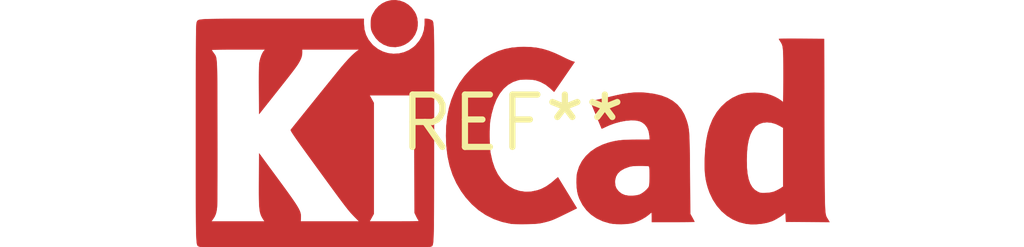
<source format=kicad_pcb>
(kicad_pcb (version 20240108) (generator pcbnew)
  (layers (0 "F.Cu" signal) (31 "B.Cu" signal) (34 "B.Paste" user) (35 "F.Paste" user) (36 "B.SilkS" user "B.Silkscreen") (37 "F.SilkS" user "F.Silkscreen") (38 "B.Mask" user) (39 "F.Mask" user) (44 "Edge.Cuts" user))
  (net 0 "")
  (footprint "KiCad-Logo_6mm_Copper" (layer "F.Cu") (at 0 0)
    (property "Reference" "REF**")
    (property "Value" "KiCad-Logo_6mm_Copper")
    (fp_poly (pts (xy -2.726079 -2.96351) (xy -2.622973 -2.927762) (xy -2.526978 -2.871493) (xy -2.441247 -2.794712) (xy -2.36893 -2.697427) (xy -2.336445 -2.636108) (xy -2.308332 -2.55034) (xy -2.294705 -2.451323) (xy -2.296214 -2.349529) (xy -2.312969 -2.257286) (xy -2.358763 -2.144568) (xy -2.425168 -2.046793) (xy -2.508809 -1.965885) (xy -2.606312 -1.903768) (xy -2.7143 -1.862366) (xy -2.829399 -1.843603) (xy -2.948234 -1.849402) (xy -3.006811 -1.861794) (xy -3.120972 -1.906203) (xy -3.222365 -1.973967) (xy -3.308545 -2.062999) (xy -3.377066 -2.171209) (xy -3.382864 -2.183027) (xy -3.402904 -2.227372) (xy -3.415487 -2.26472) (xy -3.422319 -2.30412) (xy -3.425105 -2.354619) (xy -3.425568 -2.409567) (xy -3.424803 -2.475585) (xy -3.421352 -2.523311) (xy -3.413477 -2.561897) (xy -3.399443 -2.600494) (xy -3.38212 -2.638574) (xy -3.317505 -2.746672) (xy -3.237934 -2.834197) (xy -3.14656 -2.901159) (xy -3.046536 -2.947564) (xy -2.941012 -2.973419) (xy -2.833142 -2.978732) (xy -2.726079 -2.96351)) (layer "F.Cu") (stroke (width 0.01)) (fill solid))
    (fp_poly (pts (xy 0.439962 -1.839501) (xy 0.588014 -1.823293) (xy 0.731452 -1.794282) (xy 0.87611 -1.750955) (xy 1.027824 -1.691799) (xy 1.192428 -1.6153) (xy 1.222071 -1.600483) (xy 1.290098 -1.566969) (xy 1.354256 -1.536792) (xy 1.408215 -1.512834) (xy 1.44564 -1.497976) (xy 1.451389 -1.496105) (xy 1.506486 -1.479598) (xy 1.259851 -1.120799) (xy 1.199552 -1.033107) (xy 1.144422 -0.952988) (xy 1.096336 -0.883164) (xy 1.057168 -0.826353) (xy 1.028794 -0.785277) (xy 1.013087 -0.762654) (xy 1.010536 -0.759072) (xy 1.000171 -0.766562) (xy 0.97466 -0.789082) (xy 0.938563 -0.822539) (xy 0.918642 -0.84145) (xy 0.805773 -0.931222) (xy 0.679014 -0.999439) (xy 0.569783 -1.036805) (xy 0.504214 -1.04854) (xy 0.422116 -1.055692) (xy 0.333144 -1.058126) (xy 0.246956 -1.055712) (xy 0.173205 -1.048317) (xy 0.143776 -1.042653) (xy 0.011133 -0.997018) (xy -0.108394 -0.927337) (xy -0.214717 -0.83374) (xy -0.307747 -0.716351) (xy -0.387395 -0.5753) (xy -0.453574 -0.410714) (xy -0.506194 -0.22272) (xy -0.537467 -0.061783) (xy -0.545626 0.009263) (xy -0.551185 0.101046) (xy -0.554198 0.206968) (xy -0.554719 0.320434) (xy -0.5528 0.434849) (xy -0.548497 0.543617) (xy -0.541863 0.640143) (xy -0.532951 0.717831) (xy -0.531021 0.729817) (xy -0.488501 0.922892) (xy -0.430567 1.093773) (xy -0.356867 1.243224) (xy -0.267049 1.372011) (xy -0.203293 1.441639) (xy -0.088714 1.536173) (xy 0.036942 1.606246) (xy 0.171557 1.651477) (xy 0.313011 1.671484) (xy 0.459183 1.665885) (xy 0.607955 1.6343) (xy 0.695911 1.603394) (xy 0.817629 1.541506) (xy 0.94308 1.452729) (xy 1.013353 1.392694) (xy 1.052811 1.357947) (xy 1.083812 1.332454) (xy 1.101458 1.32017) (xy 1.103648 1.319795) (xy 1.111524 1.332347) (xy 1.131932 1.365516) (xy 1.163132 1.416458) (xy 1.203386 1.482331) (xy 1.250957 1.560289) (xy 1.304104 1.64749) (xy 1.333687 1.696067) (xy 1.559648 2.067215) (xy 1.277527 2.206639) (xy 1.175522 2.256719) (xy 1.092889 2.29621) (xy 1.024578 2.327073) (xy 0.965537 2.351268) (xy 0.910714 2.370758) (xy 0.85506 2.387503) (xy 0.793523 2.403465) (xy 0.73454 2.417482) (xy 0.682115 2.428329) (xy 0.627288 2.436526) (xy 0.564572 2.442528) (xy 0.488477 2.44679) (xy 0.393516 2.449767) (xy 0.329513 2.451052) (xy 0.238192 2.45193) (xy 0.150627 2.451487) (xy 0.072612 2.449852) (xy 0.009942 2.447149) (xy -0.031587 2.443505) (xy -0.034048 2.443142) (xy -0.249697 2.396487) (xy -0.452207 2.325729) (xy -0.641505 2.230914) (xy -0.817521 2.112089) (xy -0.980184 1.9693) (xy -1.129422 1.802594) (xy -1.237504 1.654433) (xy -1.352566 1.460502) (xy -1.445577 1.255699) (xy -1.516987 1.038383) (xy -1.567244 0.806912) (xy -1.596799 0.559643) (xy -1.606111 0.308559) (xy -1.598452 0.06567) (xy -1.574387 -0.15843) (xy -1.533148 -0.367523) (xy -1.473973 -0.565387) (xy -1.396096 -0.755804) (xy -1.386797 -0.775532) (xy -1.284352 -0.959941) (xy -1.158528 -1.135424) (xy -1.012888 -1.29835) (xy -0.850999 -1.445086) (xy -0.676424 -1.571999) (xy -0.513756 -1.665095) (xy -0.349427 -1.738009) (xy -0.184749 -1.790826) (xy -0.013348 -1.824985) (xy 0.171153 -1.841922) (xy 0.281459 -1.84442) (xy 0.439962 -1.839501)) (layer "F.Cu") (stroke (width 0.01)) (fill solid))
    (fp_poly (pts (xy 6.84227 -2.043175) (xy 6.959041 -2.042696) (xy 6.998729 -2.042455) (xy 7.544486 -2.038865) (xy 7.551351 0.054919) (xy 7.552258 0.338842) (xy 7.553062 0.59664) (xy 7.553815 0.829646) (xy 7.554569 1.039194) (xy 7.555375 1.226618) (xy 7.556285 1.39325) (xy 7.557351 1.540425) (xy 7.558624 1.669477) (xy 7.560156 1.781739) (xy 7.561998 1.878544) (xy 7.564203 1.961226) (xy 7.566822 2.031119) (xy 7.569906 2.089557) (xy 7.573508 2.137872) (xy 7.577678 2.1774) (xy 7.582469 2.209473) (xy 7.587931 2.235424) (xy 7.594118 2.256589) (xy 7.60108 2.274299) (xy 7.608869 2.289889) (xy 7.617537 2.304693) (xy 7.627135 2.320044) (xy 7.637715 2.337276) (xy 7.639884 2.340946) (xy 7.676268 2.403031) (xy 7.150431 2.399434) (xy 6.624594 2.395838) (xy 6.617729 2.280331) (xy 6.613992 2.224899) (xy 6.610097 2.192851) (xy 6.604811 2.180135) (xy 6.596903 2.182696) (xy 6.59027 2.190024) (xy 6.561374 2.216714) (xy 6.514279 2.251021) (xy 6.45562 2.288846) (xy 6.392031 2.32609) (xy 6.330149 2.358653) (xy 6.282634 2.380077) (xy 6.171316 2.415283) (xy 6.043596 2.440222) (xy 5.908901 2.453941) (xy 5.776663 2.455486) (xy 5.656308 2.443906) (xy 5.654326 2.443574) (xy 5.489641 2.40225) (xy 5.335479 2.336412) (xy 5.193328 2.247474) (xy 5.064675 2.136852) (xy 4.951007 2.005961) (xy 4.85381 1.856216) (xy 4.774572 1.689033) (xy 4.73143 1.56519) (xy 4.702979 1.461581) (xy 4.68188 1.361252) (xy 4.667488 1.258109) (xy 4.659158 1.146057) (xy 4.656245 1.019001) (xy 4.657535 0.915252) (xy 5.67065 0.915252) (xy 5.675444 1.089222) (xy 5.690568 1.238895) (xy 5.716485 1.365597) (xy 5.753663 1.470658) (xy 5.802565 1.555406) (xy 5.863658 1.621169) (xy 5.934177 1.667659) (xy 5.970871 1.685014) (xy 6.002696 1.695419) (xy 6.038177 1.700179) (xy 6.085841 1.700601) (xy 6.137189 1.698748) (xy 6.238169 1.689841) (xy 6.318035 1.672398) (xy 6.343135 1.663661) (xy 6.400448 1.637857) (xy 6.460897 1.605453) (xy 6.487297 1.589233) (xy 6.555946 1.544205) (xy 6.555946 0.116982) (xy 6.480432 0.071718) (xy 6.375121 0.020572) (xy 6.267525 -0.009676) (xy 6.161581 -0.019205) (xy 6.061224 -0.008193) (xy 5.970387 0.023181) (xy 5.893007 0.07474) (xy 5.868039 0.099488) (xy 5.807856 0.180577) (xy 5.759145 0.278734) (xy 5.721499 0.395643) (xy 5.694512 0.532985) (xy 5.677775 0.692444) (xy 5.670883 0.8757) (xy 5.67065 0.915252) (xy 4.657535 0.915252) (xy 4.658073 0.872067) (xy 4.669647 0.646053) (xy 4.69292 0.442192) (xy 4.728504 0.257513) (xy 4.777013 0.089048) (xy 4.83906 -0.066174) (xy 4.861201 -0.112192) (xy 4.950385 -0.262261) (xy 5.058159 -0.395623) (xy 5.18199 -0.510123) (xy 5.319342 -0.603611) (xy 5.467683 -0.673932) (xy 5.556604 -0.70294) (xy 5.643933 -0.72016) (xy 5.749011 -0.730406) (xy 5.863029 -0.733682) (xy 5.977177 -0.729991) (xy 6.082648 -0.71934) (xy 6.167334 -0.70263) (xy 6.268128 -0.66986) (xy 6.365822 -0.627721) (xy 6.451296 -0.580481) (xy 6.496789 -0.548419) (xy 6.528169 -0.524578) (xy 6.550142 -0.510061) (xy 6.555141 -0.508) (xy 6.55669 -0.521282) (xy 6.558135 -0.559337) (xy 6.559443 -0.619481) (xy 6.560583 -0.699027) (xy 6.561521 -0.795289) (xy 6.562226 -0.905581) (xy 6.562667 -1.027219) (xy 6.562811 -1.151115) (xy 6.56273 -1.309804) (xy 6.562335 -1.443592) (xy 6.561395 -1.55504) (xy 6.55968 -1.646705) (xy 6.556957 -1.721147) (xy 6.552997 -1.780925) (xy 6.547569 -1.828598) (xy 6.540441 -1.866726) (xy 6.531384 -1.897866) (xy 6.520167 -1.924579) (xy 6.506558 -1.949423) (xy 6.490328 -1.974957) (xy 6.48824 -1.978119) (xy 6.467306 -2.01119) (xy 6.454667 -2.033931) (xy 6.452973 -2.038728) (xy 6.466216 -2.040241) (xy 6.504002 -2.041472) (xy 6.563416 -2.042401) (xy 6.641542 -2.043008) (xy 6.735465 -2.043273) (xy 6.84227 -2.043175)) (layer "F.Cu") (stroke (width 0.01)) (fill solid))
    (fp_poly (pts (xy 3.167505 -0.735771) (xy 3.235531 -0.730622) (xy 3.430163 -0.704727) (xy 3.602529 -0.663425) (xy 3.75347 -0.606147) (xy 3.883825 -0.532326) (xy 3.994434 -0.441392) (xy 4.086135 -0.332778) (xy 4.15977 -0.205915) (xy 4.213539 -0.068648) (xy 4.227187 -0.024863) (xy 4.239073 0.016141) (xy 4.249334 0.056569) (xy 4.258113 0.09863) (xy 4.265548 0.144531) (xy 4.27178 0.19648) (xy 4.27695 0.256685) (xy 4.281196 0.327352) (xy 4.28466 0.410689) (xy 4.287481 0.508905) (xy 4.2898 0.624205) (xy 4.291757 0.758799) (xy 4.293491 0.914893) (xy 4.295143 1.094695) (xy 4.296324 1.235676) (xy 4.30427 2.203622) (xy 4.355756 2.29677) (xy 4.380137 2.341645) (xy 4.39828 2.376501) (xy 4.406935 2.395054) (xy 4.407243 2.396311) (xy 4.394014 2.397749) (xy 4.356326 2.399074) (xy 4.297183 2.400249) (xy 4.219586 2.401237) (xy 4.126536 2.401999) (xy 4.021035 2.4025) (xy 3.906084 2.402701) (xy 3.892378 2.402703) (xy 3.377513 2.402703) (xy 3.377513 2.286) (xy 3.376635 2.23326) (xy 3.374292 2.192926) (xy 3.370921 2.1713) (xy 3.369431 2.169298) (xy 3.355804 2.177683) (xy 3.327757 2.199692) (xy 3.291303 2.230601) (xy 3.290485 2.231316) (xy 3.223962 2.280843) (xy 3.139948 2.330575) (xy 3.047937 2.375626) (xy 2.957421 2.41111) (xy 2.917567 2.423236) (xy 2.838255 2.438637) (xy 2.740935 2.448465) (xy 2.634516 2.45258) (xy 2.527907 2.450841) (xy 2.430017 2.443108) (xy 2.361513 2.431981) (xy 2.19352 2.382648) (xy 2.042281 2.312342) (xy 1.908782 2.221933) (xy 1.794006 2.112295) (xy 1.698937 1.984299) (xy 1.62456 1.838818) (xy 1.592474 1.750541) (xy 1.572365 1.664739) (xy 1.559038 1.561736) (xy 1.552872 1.451034) (xy 1.553074 1.434925) (xy 2.481648 1.434925) (xy 2.489348 1.517184) (xy 2.514989 1.585546) (xy 2.562378 1.64897) (xy 2.580579 1.667567) (xy 2.645282 1.717846) (xy 2.720066 1.750056) (xy 2.809662 1.765648) (xy 2.904012 1.766796) (xy 2.993501 1.759216) (xy 3.062018 1.744389) (xy 3.091775 1.733253) (xy 3.145408 1.702904) (xy 3.202235 1.660221) (xy 3.254082 1.612317) (xy 3.292778 1.566301) (xy 3.303054 1.549421) (xy 3.311042 1.525782) (xy 3.316721 1.488168) (xy 3.320356 1.432985) (xy 3.322211 1.35664) (xy 3.322594 1.283981) (xy 3.322335 1.19927) (xy 3.321287 1.138018) (xy 3.319045 1.096227) (xy 3.315206 1.069899) (xy 3.309365 1.055035) (xy 3.301118 1.047639) (xy 3.298567 1.046461) (xy 3.2764 1.042833) (xy 3.23268 1.039866) (xy 3.173311 1.037827) (xy 3.104196 1.036983) (xy 3.089189 1.036982) (xy 2.996805 1.038457) (xy 2.925432 1.042842) (xy 2.868719 1.050738) (xy 2.821872 1.06227) (xy 2.705669 1.106215) (xy 2.614543 1.160243) (xy 2.547705 1.225219) (xy 2.504365 1.302005) (xy 2.483734 1.391467) (xy 2.481648 1.434925) (xy 1.553074 1.434925) (xy 1.554244 1.342133) (xy 1.563532 1.244536) (xy 1.570777 1.205105) (xy 1.617039 1.058701) (xy 1.687384 0.923995) (xy 1.780484 0.80228) (xy 1.895012 0.694847) (xy 2.02964 0.602988) (xy 2.18304 0.527996) (xy 2.313459 0.482458) (xy 2.400623 0.458533) (xy 2.483996 0.439943) (xy 2.568976 0.426084) (xy 2.660965 0.416351) (xy 2.765362 0.410141) (xy 2.887568 0.406851) (xy 2.998055 0.405924) (xy 3.325677 0.405027) (xy 3.319401 0.306547) (xy 3.301579 0.199695) (xy 3.263667 0.107852) (xy 3.20728 0.03331) (xy 3.134031 -0.021636) (xy 3.069535 -0.048448) (xy 2.977123 -0.065346) (xy 2.867111 -0.067773) (xy 2.744656 -0.056622) (xy 2.614914 -0.03279) (xy 2.483042 0.00283) (xy 2.354198 0.049343) (xy 2.260566 0.091883) (xy 2.215517 0.113728) (xy 2.181156 0.128984) (xy 2.163681 0.134937) (xy 2.162733 0.134746) (xy 2.156703 0.121412) (xy 2.141645 0.086068) (xy 2.118977 0.032101) (xy 2.090115 -0.037104) (xy 2.056477 -0.11816) (xy 2.022284 -0.200882) (xy 1.885586 -0.532197) (xy 1.98282 -0.548167) (xy 2.024964 -0.55618) (xy 2.088319 -0.569639) (xy 2.167457 -0.587321) (xy 2.256951 -0.608004) (xy 2.351373 -0.630468) (xy 2.388973 -0.639597) (xy 2.551637 -0.677326) (xy 2.69405 -0.705612) (xy 2.821527 -0.725028) (xy 2.939384 -0.736146) (xy 3.052938 -0.739536) (xy 3.167505 -0.735771)) (layer "F.Cu") (stroke (width 0.01)) (fill solid))
    (fp_poly (pts (xy -5.955743 -2.526311) (xy -5.69122 -2.526275) (xy -5.568088 -2.52627) (xy -3.597189 -2.52627) (xy -3.597189 -2.41009) (xy -3.584789 -2.268709) (xy -3.547364 -2.138316) (xy -3.484577 -2.018138) (xy -3.396094 -1.907398) (xy -3.366157 -1.877489) (xy -3.258466 -1.792652) (xy -3.139725 -1.730779) (xy -3.01346 -1.691841) (xy -2.883197 -1.67581) (xy -2.752465 -1.682658) (xy -2.624788 -1.712357) (xy -2.503695 -1.76488) (xy -2.392712 -1.840197) (xy -2.342868 -1.885637) (xy -2.249983 -1.997048) (xy -2.181873 -2.119565) (xy -2.139129 -2.251785) (xy -2.122347 -2.392308) (xy -2.122124 -2.406133) (xy -2.121244 -2.526266) (xy -2.068443 -2.526268) (xy -2.021604 -2.519911) (xy -1.978817 -2.504444) (xy -1.975989 -2.502846) (xy -1.966325 -2.497832) (xy -1.957451 -2.493927) (xy -1.949335 -2.489993) (xy -1.941943 -2.484894) (xy -1.935245 -2.477492) (xy -1.929208 -2.466649) (xy -1.923801 -2.451228) (xy -1.91899 -2.430091) (xy -1.914745 -2.402101) (xy -1.911032 -2.366121) (xy -1.907821 -2.321013) (xy -1.905078 -2.26564) (xy -1.902772 -2.198863) (xy -1.900871 -2.119547) (xy -1.899342 -2.026553) (xy -1.898154 -1.918743) (xy -1.897274 -1.794981) (xy -1.89667 -1.654129) (xy -1.896311 -1.49505) (xy -1.896165 -1.316605) (xy -1.896198 -1.117658) (xy -1.89638 -0.897071) (xy -1.896677 -0.653707) (xy -1.897059 -0.386428) (xy -1.897492 -0.094097) (xy -1.897945 0.224424) (xy -1.897998 0.26323) (xy -1.898404 0.583782) (xy -1.898749 0.878012) (xy -1.899069 1.147056) (xy -1.8994 1.392052) (xy -1.899779 1.614137) (xy -1.900243 1.814447) (xy -1.900828 1.994119) (xy -1.90157 2.15429) (xy -1.902506 2.296098) (xy -1.903673 2.420679) (xy -1.905107 2.52917) (xy -1.906844 2.622707) (xy -1.908922 2.702429) (xy -1.911376 2.769472) (xy -1.914244 2.824973) (xy -1.917561 2.870068) (xy -1.921364 2.905895) (xy -1.92569 2.933591) (xy -1.930575 2.954293) (xy -1.936055 2.969137) (xy -1.942168 2.97926) (xy -1.94895 2.9858) (xy -1.956437 2.989893) (xy -1.964666 2.992676) (xy -1.973673 2.995287) (xy -1.983495 2.998862) (xy -1.985894 2.99995) (xy -1.993435 3.002396) (xy -2.006056 3.004642) (xy -2.024859 3.006698) (xy -2.050947 3.008572) (xy -2.085422 3.010271) (xy -2.129385 3.011803) (xy -2.183939 3.013177) (xy -2.250185 3.0144) (xy -2.329226 3.015481) (xy -2.422163 3.016427) (xy -2.530099 3.017247) (xy -2.654136 3.017947) (xy -2.795376 3.018538) (xy -2.954921 3.019025) (xy -3.133872 3.019419) (xy -3.333332 3.019725) (xy -3.554404 3.019953) (xy -3.798188 3.02011) (xy -4.065787 3.020205) (xy -4.358303 3.020245) (xy -4.676839 3.020238) (xy -4.780021 3.020228) (xy -5.105623 3.020176) (xy -5.404881 3.020091) (xy -5.678909 3.019963) (xy -5.928824 3.019785) (xy -6.15574 3.019548) (xy -6.360773 3.019242) (xy -6.545038 3.01886) (xy -6.70965 3.018392) (xy -6.855725 3.01783) (xy -6.984376 3.017165) (xy -7.096721 3.016388) (xy -7.193874 3.015491) (xy -7.27695 3.014465) (xy -7.347064 3.013301) (xy -7.405332 3.011991) (xy -7.452869 3.010525) (xy -7.49079 3.008896) (xy -7.52021 3.007093) (xy -7.542245 3.00511) (xy -7.55801 3.002936) (xy -7.56862 3.000563) (xy -7.574404 2.998391) (xy -7.584684 2.994056) (xy -7.594122 2.990859) (xy -7.602755 2.987665) (xy -7.610619 2.983338) (xy -7.617748 2.976744) (xy -7.624179 2.966747) (xy -7.629947 2.952212) (xy -7.635089 2.932003) (xy -7.63964 2.904985) (xy -7.643635 2.870023) (xy -7.647111 2.825981) (xy -7.650102 2.771724) (xy -7.652646 2.706117) (xy -7.654777 2.628024) (xy -7.656532 2.53631) (xy -7.657945 2.42984) (xy -7.658315 2.388973) (xy -7.291884 2.388973) (xy -5.996734 2.388973) (xy -6.021655 2.351217) (xy -6.046447 2.312417) (xy -6.06744 2.275469) (xy -6.084935 2.237788) (xy -6.09923 2.196788) (xy -6.110623 2.149883) (xy -6.119413 2.094487) (xy -6.125898 2.028016) (xy -6.130377 1.947883) (xy -6.13315 1.851502) (xy -6.134513 1.736289) (xy -6.134767 1.599657) (xy -6.134209 1.43902) (xy -6.133893 1.379382) (xy -6.130325 0.740041) (xy -5.725298 1.291449) (xy -5.610554 1.447876) (xy -5.511143 1.584088) (xy -5.42599 1.70189) (xy -5.354022 1.803084) (xy -5.294166 1.889477) (xy -5.245348 1.962874) (xy -5.206495 2.025077) (xy -5.176534 2.077893) (xy -5.154391 2.123125) (xy -5.138993 2.162578) (xy -5.129266 2.198058) (xy -5.124137 2.231368) (xy -5.122532 2.264313) (xy -5.123379 2.298697) (xy -5.123595 2.303019) (xy -5.128054 2.389031) (xy -3.708692 2.388973) (xy -3.814265 2.282522) (xy -3.842913 2.253406) (xy -3.87009 2.225076) (xy -3.896989 2.195968) (xy -3.924803 2.16452) (xy -3.954725 2.129169) (xy -3.987946 2.088354) (xy -4.025661 2.040511) (xy -4.06906 1.984079) (xy -4.119338 1.917494) (xy -4.177688 1.839195) (xy -4.2453 1.747619) (xy -4.323369 1.641204) (xy -4.413088 1.518387) (xy -4.515648 1.377605) (xy -4.632242 1.217297) (xy -4.727809 1.085798) (xy -4.847749 0.920596) (xy -4.95238 0.776152) (xy -5.042648 0.651094) (xy -5.119503 0.544052) (xy -5.183891 0.453654) (xy -5.236761 0.378529) (xy -5.27906 0.317304) (xy -5.311736 0.26861) (xy -5.335738 0.231074) (xy -5.352013 0.203325) (xy -5.361508 0.183992) (xy -5.365173 0.171703) (xy -5.364071 0.165242) (xy -5.350724 0.148048) (xy -5.321866 0.111655) (xy -5.27924 0.058224) (xy -5.224585 -0.010081) (xy -5.159644 -0.091097) (xy -5.086158 -0.18266) (xy -5.005868 -0.282608) (xy -4.920515 -0.388776) (xy -4.83184 -0.499003) (xy -4.741586 -0.611124) (xy -4.691944 -0.672756) (xy -3.459373 -0.672756) (xy -3.408146 -0.580081) (xy -3.356919 -0.487405) (xy -3.356919 2.203622) (xy -3.408146 2.296298) (xy -3.459373 2.388973) (xy -2.853396 2.388973) (xy -2.708734 2.388931) (xy -2.589244 2.388741) (xy -2.492642 2.388308) (xy -2.416642 2.387536) (xy -2.358957 2.38633) (xy -2.317301 2.384594) (xy -2.289389 2.382232) (xy -2.272935 2.37915) (xy -2.265652 2.375251) (xy -2.265255 2.37044) (xy -2.269458 2.364622) (xy -2.269501 2.364574) (xy -2.286813 2.339532) (xy -2.309736 2.298815) (xy -2.329981 2.258168) (xy -2.368379 2.176162) (xy -2.376211 -0.672756) (xy -3.459373 -0.672756) (xy -4.691944 -0.672756) (xy -4.651493 -0.722976) (xy -4.563302 -0.832396) (xy -4.478754 -0.937222) (xy -4.399592 -1.035289) (xy -4.327556 -1.124434) (xy -4.264387 -1.202495) (xy -4.211827 -1.267308) (xy -4.171617 -1.31671) (xy -4.148 -1.345513) (xy -4.05629 -1.453222) (xy -3.96806 -1.55042) (xy -3.886403 -1.633924) (xy -3.81441 -1.700552) (xy -3.763319 -1.741401) (xy -3.702907 -1.784865) (xy -5.092298 -1.784865) (xy -5.091908 -1.703334) (xy -5.095791 -1.643394) (xy -5.11039 -1.587823) (xy -5.132988 -1.535145) (xy -5.147678 -1.505385) (xy -5.163472 -1.475897) (xy -5.181814 -1.444724) (xy -5.204145 -1.409907) (xy -5.231909 -1.36949) (xy -5.266549 -1.321514) (xy -5.309507 -1.264022) (xy -5.362227 -1.195057) (xy -5.426151 -1.112661) (xy -5.502721 -1.014876) (xy -5.593381 -0.899745) (xy -5.699574 -0.76531) (xy -5.711568 -0.750141) (xy -6.130325 -0.220588) (xy -6.134378 -0.807078) (xy -6.135195 -0.982749) (xy -6.135021 -1.131468) (xy -6.133849 -1.253725) (xy -6.131669 -1.350011) (xy -6.128474 -1.420817) (xy -6.124256 -1.466631) (xy -6.122838 -1.475321) (xy -6.100591 -1.566865) (xy -6.071443 -1.649392) (xy -6.038182 -1.715747) (xy -6.0182 -1.74389) (xy -5.983722 -1.784865) (xy -6.637914 -1.784865) (xy -6.793969 -1.784731) (xy -6.924467 -1.784297) (xy -7.03131 -1.783511) (xy -7.116398 -1.782324) (xy -7.181635 -1.780683) (xy -7.228921 -1.778539) (xy -7.260157 -1.775841) (xy -7.277246 -1.772538) (xy -7.282088 -1.768579) (xy -7.281753 -1.767702) (xy -7.267885 -1.746769) (xy -7.244732 -1.713588) (xy -7.232754 -1.696807) (xy -7.220369 -1.68006) (xy -7.209237 -1.665085) (xy -7.199288 -1.650406) (xy -7.190451 -1.634551) (xy -7.182657 -1.616045) (xy -7.175835 -1.593415) (xy -7.169916 -1.565187) (xy -7.164829 -1.529887) (xy -7.160504 -1.486042) (xy -7.156871 -1.432178) (xy -7.15386 -1.36682) (xy -7.151401 -1.288496) (xy -7.149423 -1.195732) (xy -7.147858 -1.087053) (xy -7.146634 -0.960987) (xy -7.145681 -0.816058) (xy -7.14493 -0.650794) (xy -7.144311 -0.463721) (xy -7.143752 -0.253365) (xy -7.143185 -0.018252) (xy -7.142655 0.197741) (xy -7.142155 0.438535) (xy -7.141895 0.668274) (xy -7.141868 0.885493) (xy -7.142067 1.088722) (xy -7.142486 1.276496) (xy -7.143118 1.447345) (xy -7.143956 1.599803) (xy -7.144992 1.732403) (xy -7.14622 1.843676) (xy -7.147633 1.932156) (xy -7.149225 1.996375) (xy -7.150987 2.034865) (xy -7.151321 2.038933) (xy -7.163466 2.132248) (xy -7.182427 2.20719) (xy -7.211302 2.272594) (xy -7.25319 2.337293) (xy -7.258429 2.344352) (xy -7.291884 2.388973) (xy -7.658315 2.388973) (xy -7.659054 2.307479) (xy -7.659893 2.16809) (xy -7.660498 2.010539) (xy -7.660905 1.833691) (xy -7.66115 1.63641) (xy -7.661267 1.41756) (xy -7.661295 1.176007) (xy -7.661267 0.910615) (xy -7.66122 0.620249) (xy -7.66119 0.303773) (xy -7.661189 0.240946) (xy -7.661172 -0.078863) (xy -7.661112 -0.372339) (xy -7.661002 -0.64061) (xy -7.660833 -0.884802) (xy -7.660597 -1.106043) (xy -7.660284 -1.30546) (xy -7.659885 -1.48418) (xy -7.659393 -1.643329) (xy -7.658797 -1.784034) (xy -7.65809 -1.907424) (xy -7.657263 -2.014624) (xy -7.656307 -2.106762) (xy -7.655213 -2.184965) (xy -7.653973 -2.250359) (xy -7.652578 -2.304072) (xy -7.651018 -2.347231) (xy -7.649286 -2.380963) (xy -7.647372 -2.406395) (xy -7.645268 -2.424653) (xy -7.642966 -2.436866) (xy -7.640455 -2.444159) (xy -7.640363 -2.444341) (xy -7.635192 -2.455482) (xy -7.630885 -2.465569) (xy -7.626121 -2.474654) (xy -7.619578 -2.482788) (xy -7.609935 -2.490024) (xy -7.595871 -2.496414) (xy -7.576063 -2.502011) (xy -7.549191 -2.506867) (xy -7.513933 -2.511034) (xy -7.468968 -2.514564) (xy -7.412974 -2.517509) (xy -7.344629 -2.519923) (xy -7.262614 -2.521856) (xy -7.165605 -2.523362) (xy -7.052282 -2.524492) (xy -6.921323 -2.525298) (xy -6.771407 -2.525834) (xy -6.601213 -2.526151) (xy -6.409418 -2.526301) (xy -6.194702 -2.526337) (xy -5.955743 -2.526311)) (layer "F.Cu") (stroke (width 0.01)) (fill solid))
  )
)
</source>
